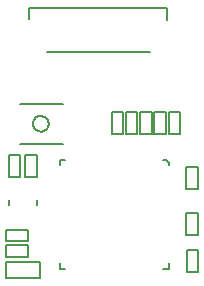
<source format=gto>
%FSLAX44Y44*%
%MOMM*%
G71*
G01*
G75*
%ADD10C,0.2032*%
%ADD11R,1.2000X2.2500*%
%ADD12R,0.5200X0.4200*%
%ADD13R,0.4200X0.5200*%
%ADD14R,7.1500X7.1500*%
%ADD15O,0.7620X0.2286*%
%ADD16O,0.2286X0.7620*%
%ADD17R,0.6604X0.7112*%
%ADD18R,1.1430X1.2700*%
%ADD19R,1.3208X0.9652*%
%ADD20C,0.3810*%
%ADD21C,0.1524*%
%ADD22C,0.2540*%
%ADD23C,0.5080*%
%ADD24C,1.2000*%
%ADD25C,3.2000*%
%ADD26C,0.6604*%
%ADD27R,1.1430X0.8128*%
%ADD28R,1.0668X0.8128*%
%ADD29R,1.3970X0.8636*%
%ADD30R,0.7620X1.4732*%
%ADD31R,0.9144X1.4732*%
%ADD32R,1.4224X1.4224*%
%ADD33R,0.7620X1.3716*%
%ADD34R,1.0668X1.5240*%
%ADD35R,0.6096X1.7272*%
%ADD36R,0.5588X1.7272*%
%ADD37O,0.3302X1.3208*%
%ADD38C,0.1778*%
%ADD39C,0.1520*%
D21*
X2499266Y2120121D02*
X2586266D01*
X2483966Y2157522D02*
X2600966D01*
X2553909Y2050683D02*
Y2069353D01*
X2563688D01*
Y2050683D02*
Y2069353D01*
X2553909Y2050683D02*
X2563688D01*
X2617409Y1933844D02*
Y1952513D01*
X2627188D01*
Y1933844D02*
Y1952513D01*
X2617409Y1933844D02*
X2627188D01*
X2464501Y1946416D02*
X2483170D01*
X2464501D02*
Y1956196D01*
X2483170D01*
Y1946416D02*
Y1956196D01*
X2590231Y2050430D02*
X2600010D01*
Y2069099D01*
X2590231D02*
X2600010D01*
X2590231Y2050430D02*
Y2069099D01*
X2565974Y2069225D02*
X2575753D01*
X2565974Y2050556D02*
Y2069225D01*
Y2050556D02*
X2575753D01*
Y2069225D01*
X2617282Y1983627D02*
X2627061D01*
X2617282Y1964958D02*
Y1983627D01*
Y1964958D02*
X2627061D01*
Y1983627D01*
X2602423Y2050430D02*
X2612202D01*
Y2069099D01*
X2602423D02*
X2612202D01*
X2602423Y2050430D02*
Y2069099D01*
X2617282Y2022489D02*
X2627061D01*
X2617282Y2003820D02*
Y2022489D01*
Y2003820D02*
X2627061D01*
Y2022489D01*
X2480884Y2032650D02*
X2490663D01*
X2480884Y2013981D02*
Y2032650D01*
Y2013981D02*
X2490663D01*
Y2032650D01*
X2578166Y2069225D02*
X2587945D01*
X2578166Y2050556D02*
Y2069225D01*
Y2050556D02*
X2587945D01*
Y2069225D01*
X2483170Y1959624D02*
Y1969404D01*
X2464501D02*
X2483170D01*
X2464501Y1959624D02*
Y1969404D01*
Y1959624D02*
X2483170D01*
X2466787Y2014108D02*
X2476566D01*
Y2032776D01*
X2466787D02*
X2476566D01*
X2466787Y2014108D02*
Y2032776D01*
X2467270Y1990358D02*
Y1994422D01*
X2490892Y1990358D02*
Y1994422D01*
X2476439Y2075829D02*
X2512507D01*
X2476439Y2042047D02*
X2512507D01*
D38*
X2500706Y2059193D02*
X2500251Y2061628D01*
X2498947Y2063734D01*
X2496970Y2065227D01*
X2494587Y2065905D01*
X2492120Y2065676D01*
X2489903Y2064572D01*
X2488234Y2062741D01*
X2487339Y2060431D01*
Y2057954D01*
X2488234Y2055644D01*
X2489903Y2053813D01*
X2492120Y2052709D01*
X2494587Y2052480D01*
X2496970Y2053158D01*
X2498947Y2054651D01*
X2500251Y2056757D01*
X2500706Y2059193D01*
X2602356Y2024082D02*
Y2026082D01*
X2599856Y2028581D02*
X2602356Y2026082D01*
X2597856Y2028581D02*
X2599856D01*
X2602356Y1936582D02*
Y1941082D01*
X2597856Y1936582D02*
X2602356D01*
X2510356D02*
X2514856D01*
X2510356D02*
Y1941082D01*
Y2024082D02*
Y2028581D01*
X2514856D01*
X2493584Y1928510D02*
Y1942225D01*
X2464501D02*
X2493584D01*
X2464501Y1928510D02*
Y1942225D01*
Y1928510D02*
X2493584D01*
D39*
X2600966Y2147421D02*
Y2157522D01*
X2483966Y2147722D02*
Y2157522D01*
M02*

</source>
